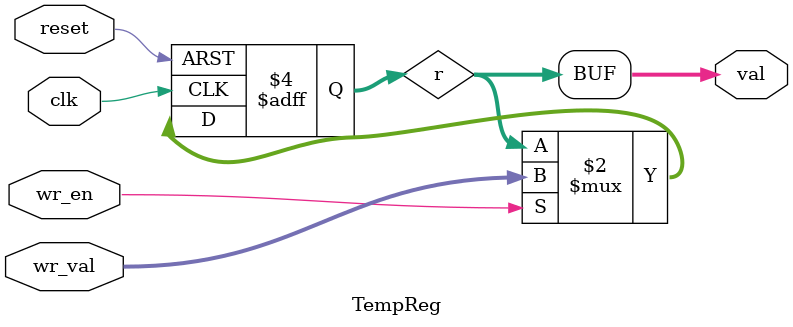
<source format=sv>
module TempReg(input logic clk,
               input logic reset,
               input logic [15:0] wr_val,
               input logic wr_en,
               output logic [15:0] val);

reg [15:0] r;

assign val = r;

always @(posedge clk or posedge reset)
    if (reset)
        r <= 16'b0;
    else if (wr_en)
        r <= wr_val;

endmodule
</source>
